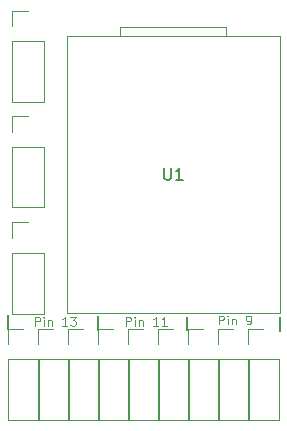
<source format=gto>
G04 #@! TF.GenerationSoftware,KiCad,Pcbnew,7.0.9-7.0.9~ubuntu20.04.1*
G04 #@! TF.CreationDate,2023-12-21T12:58:47-08:00*
G04 #@! TF.ProjectId,ros_sync_node,726f735f-7379-46e6-935f-6e6f64652e6b,rev?*
G04 #@! TF.SameCoordinates,Original*
G04 #@! TF.FileFunction,Legend,Top*
G04 #@! TF.FilePolarity,Positive*
%FSLAX46Y46*%
G04 Gerber Fmt 4.6, Leading zero omitted, Abs format (unit mm)*
G04 Created by KiCad (PCBNEW 7.0.9-7.0.9~ubuntu20.04.1) date 2023-12-21 12:58:47*
%MOMM*%
%LPD*%
G01*
G04 APERTURE LIST*
%ADD10C,0.150000*%
%ADD11C,0.100000*%
%ADD12C,0.120000*%
%ADD13O,1.700000X1.700000*%
%ADD14R,1.700000X1.700000*%
%ADD15C,3.200000*%
%ADD16C,1.524000*%
G04 APERTURE END LIST*
D10*
X174300000Y-93800000D02*
X174300000Y-92600000D01*
X151300000Y-93600000D02*
X151300000Y-92400000D01*
D11*
X169142857Y-93241764D02*
X169142857Y-92491764D01*
X169142857Y-92491764D02*
X169428571Y-92491764D01*
X169428571Y-92491764D02*
X169500000Y-92527478D01*
X169500000Y-92527478D02*
X169535714Y-92563192D01*
X169535714Y-92563192D02*
X169571428Y-92634621D01*
X169571428Y-92634621D02*
X169571428Y-92741764D01*
X169571428Y-92741764D02*
X169535714Y-92813192D01*
X169535714Y-92813192D02*
X169500000Y-92848907D01*
X169500000Y-92848907D02*
X169428571Y-92884621D01*
X169428571Y-92884621D02*
X169142857Y-92884621D01*
X169892857Y-93241764D02*
X169892857Y-92741764D01*
X169892857Y-92491764D02*
X169857143Y-92527478D01*
X169857143Y-92527478D02*
X169892857Y-92563192D01*
X169892857Y-92563192D02*
X169928571Y-92527478D01*
X169928571Y-92527478D02*
X169892857Y-92491764D01*
X169892857Y-92491764D02*
X169892857Y-92563192D01*
X170250000Y-92741764D02*
X170250000Y-93241764D01*
X170250000Y-92813192D02*
X170285714Y-92777478D01*
X170285714Y-92777478D02*
X170357143Y-92741764D01*
X170357143Y-92741764D02*
X170464286Y-92741764D01*
X170464286Y-92741764D02*
X170535714Y-92777478D01*
X170535714Y-92777478D02*
X170571429Y-92848907D01*
X170571429Y-92848907D02*
X170571429Y-93241764D01*
X171535714Y-93241764D02*
X171678571Y-93241764D01*
X171678571Y-93241764D02*
X171750000Y-93206050D01*
X171750000Y-93206050D02*
X171785714Y-93170335D01*
X171785714Y-93170335D02*
X171857143Y-93063192D01*
X171857143Y-93063192D02*
X171892857Y-92920335D01*
X171892857Y-92920335D02*
X171892857Y-92634621D01*
X171892857Y-92634621D02*
X171857143Y-92563192D01*
X171857143Y-92563192D02*
X171821429Y-92527478D01*
X171821429Y-92527478D02*
X171750000Y-92491764D01*
X171750000Y-92491764D02*
X171607143Y-92491764D01*
X171607143Y-92491764D02*
X171535714Y-92527478D01*
X171535714Y-92527478D02*
X171500000Y-92563192D01*
X171500000Y-92563192D02*
X171464286Y-92634621D01*
X171464286Y-92634621D02*
X171464286Y-92813192D01*
X171464286Y-92813192D02*
X171500000Y-92884621D01*
X171500000Y-92884621D02*
X171535714Y-92920335D01*
X171535714Y-92920335D02*
X171607143Y-92956050D01*
X171607143Y-92956050D02*
X171750000Y-92956050D01*
X171750000Y-92956050D02*
X171821429Y-92920335D01*
X171821429Y-92920335D02*
X171857143Y-92884621D01*
X171857143Y-92884621D02*
X171892857Y-92813192D01*
X161285714Y-93341764D02*
X161285714Y-92591764D01*
X161285714Y-92591764D02*
X161571428Y-92591764D01*
X161571428Y-92591764D02*
X161642857Y-92627478D01*
X161642857Y-92627478D02*
X161678571Y-92663192D01*
X161678571Y-92663192D02*
X161714285Y-92734621D01*
X161714285Y-92734621D02*
X161714285Y-92841764D01*
X161714285Y-92841764D02*
X161678571Y-92913192D01*
X161678571Y-92913192D02*
X161642857Y-92948907D01*
X161642857Y-92948907D02*
X161571428Y-92984621D01*
X161571428Y-92984621D02*
X161285714Y-92984621D01*
X162035714Y-93341764D02*
X162035714Y-92841764D01*
X162035714Y-92591764D02*
X162000000Y-92627478D01*
X162000000Y-92627478D02*
X162035714Y-92663192D01*
X162035714Y-92663192D02*
X162071428Y-92627478D01*
X162071428Y-92627478D02*
X162035714Y-92591764D01*
X162035714Y-92591764D02*
X162035714Y-92663192D01*
X162392857Y-92841764D02*
X162392857Y-93341764D01*
X162392857Y-92913192D02*
X162428571Y-92877478D01*
X162428571Y-92877478D02*
X162500000Y-92841764D01*
X162500000Y-92841764D02*
X162607143Y-92841764D01*
X162607143Y-92841764D02*
X162678571Y-92877478D01*
X162678571Y-92877478D02*
X162714286Y-92948907D01*
X162714286Y-92948907D02*
X162714286Y-93341764D01*
X164035714Y-93341764D02*
X163607143Y-93341764D01*
X163821428Y-93341764D02*
X163821428Y-92591764D01*
X163821428Y-92591764D02*
X163750000Y-92698907D01*
X163750000Y-92698907D02*
X163678571Y-92770335D01*
X163678571Y-92770335D02*
X163607143Y-92806050D01*
X164750000Y-93341764D02*
X164321429Y-93341764D01*
X164535714Y-93341764D02*
X164535714Y-92591764D01*
X164535714Y-92591764D02*
X164464286Y-92698907D01*
X164464286Y-92698907D02*
X164392857Y-92770335D01*
X164392857Y-92770335D02*
X164321429Y-92806050D01*
X153585714Y-93341764D02*
X153585714Y-92591764D01*
X153585714Y-92591764D02*
X153871428Y-92591764D01*
X153871428Y-92591764D02*
X153942857Y-92627478D01*
X153942857Y-92627478D02*
X153978571Y-92663192D01*
X153978571Y-92663192D02*
X154014285Y-92734621D01*
X154014285Y-92734621D02*
X154014285Y-92841764D01*
X154014285Y-92841764D02*
X153978571Y-92913192D01*
X153978571Y-92913192D02*
X153942857Y-92948907D01*
X153942857Y-92948907D02*
X153871428Y-92984621D01*
X153871428Y-92984621D02*
X153585714Y-92984621D01*
X154335714Y-93341764D02*
X154335714Y-92841764D01*
X154335714Y-92591764D02*
X154300000Y-92627478D01*
X154300000Y-92627478D02*
X154335714Y-92663192D01*
X154335714Y-92663192D02*
X154371428Y-92627478D01*
X154371428Y-92627478D02*
X154335714Y-92591764D01*
X154335714Y-92591764D02*
X154335714Y-92663192D01*
X154692857Y-92841764D02*
X154692857Y-93341764D01*
X154692857Y-92913192D02*
X154728571Y-92877478D01*
X154728571Y-92877478D02*
X154800000Y-92841764D01*
X154800000Y-92841764D02*
X154907143Y-92841764D01*
X154907143Y-92841764D02*
X154978571Y-92877478D01*
X154978571Y-92877478D02*
X155014286Y-92948907D01*
X155014286Y-92948907D02*
X155014286Y-93341764D01*
X156335714Y-93341764D02*
X155907143Y-93341764D01*
X156121428Y-93341764D02*
X156121428Y-92591764D01*
X156121428Y-92591764D02*
X156050000Y-92698907D01*
X156050000Y-92698907D02*
X155978571Y-92770335D01*
X155978571Y-92770335D02*
X155907143Y-92806050D01*
X156585714Y-92591764D02*
X157050000Y-92591764D01*
X157050000Y-92591764D02*
X156800000Y-92877478D01*
X156800000Y-92877478D02*
X156907143Y-92877478D01*
X156907143Y-92877478D02*
X156978572Y-92913192D01*
X156978572Y-92913192D02*
X157014286Y-92948907D01*
X157014286Y-92948907D02*
X157050000Y-93020335D01*
X157050000Y-93020335D02*
X157050000Y-93198907D01*
X157050000Y-93198907D02*
X157014286Y-93270335D01*
X157014286Y-93270335D02*
X156978572Y-93306050D01*
X156978572Y-93306050D02*
X156907143Y-93341764D01*
X156907143Y-93341764D02*
X156692857Y-93341764D01*
X156692857Y-93341764D02*
X156621429Y-93306050D01*
X156621429Y-93306050D02*
X156585714Y-93270335D01*
D10*
X166500000Y-92574000D02*
X166500000Y-93700000D01*
X158900000Y-93700000D02*
X158900000Y-92500000D01*
X164538095Y-79994820D02*
X164538095Y-80804343D01*
X164538095Y-80804343D02*
X164585714Y-80899581D01*
X164585714Y-80899581D02*
X164633333Y-80947201D01*
X164633333Y-80947201D02*
X164728571Y-80994820D01*
X164728571Y-80994820D02*
X164919047Y-80994820D01*
X164919047Y-80994820D02*
X165014285Y-80947201D01*
X165014285Y-80947201D02*
X165061904Y-80899581D01*
X165061904Y-80899581D02*
X165109523Y-80804343D01*
X165109523Y-80804343D02*
X165109523Y-79994820D01*
X166109523Y-80994820D02*
X165538095Y-80994820D01*
X165823809Y-80994820D02*
X165823809Y-79994820D01*
X165823809Y-79994820D02*
X165728571Y-80137677D01*
X165728571Y-80137677D02*
X165633333Y-80232915D01*
X165633333Y-80232915D02*
X165538095Y-80280534D01*
D12*
X151670000Y-87190000D02*
X154330000Y-87190000D01*
X151670000Y-84590000D02*
X153000000Y-84590000D01*
X154330000Y-87190000D02*
X154330000Y-92330000D01*
X151670000Y-85920000D02*
X151670000Y-84590000D01*
X151670000Y-87190000D02*
X151670000Y-92330000D01*
X151670000Y-92330000D02*
X154330000Y-92330000D01*
X151670000Y-83330000D02*
X154330000Y-83330000D01*
X151670000Y-78190000D02*
X151670000Y-83330000D01*
X154330000Y-78190000D02*
X154330000Y-83330000D01*
X151670000Y-78190000D02*
X154330000Y-78190000D01*
X151670000Y-76920000D02*
X151670000Y-75590000D01*
X151670000Y-75590000D02*
X153000000Y-75590000D01*
X151670000Y-74410000D02*
X154330000Y-74410000D01*
X151670000Y-69270000D02*
X151670000Y-74410000D01*
X154330000Y-69270000D02*
X154330000Y-74410000D01*
X151670000Y-69270000D02*
X154330000Y-69270000D01*
X151670000Y-68000000D02*
X151670000Y-66670000D01*
X151670000Y-66670000D02*
X153000000Y-66670000D01*
X156300000Y-92290001D02*
X156300000Y-68790001D01*
X156300000Y-68790001D02*
X174300000Y-68790001D01*
X174300000Y-92290001D02*
X174300000Y-68790001D01*
X156300000Y-92290001D02*
X174300000Y-92290001D01*
X160800000Y-68790001D02*
X160800000Y-68040001D01*
X169800000Y-68040001D02*
X169800000Y-68790001D01*
X160800000Y-68040001D02*
X169800000Y-68040001D01*
X166510000Y-101330000D02*
X169170000Y-101330000D01*
X166510000Y-96190000D02*
X166510000Y-101330000D01*
X169170000Y-96190000D02*
X169170000Y-101330000D01*
X166510000Y-96190000D02*
X169170000Y-96190000D01*
X166510000Y-94920000D02*
X166510000Y-93590000D01*
X166510000Y-93590000D02*
X167840000Y-93590000D01*
X161430000Y-101330000D02*
X164090000Y-101330000D01*
X161430000Y-96190000D02*
X161430000Y-101330000D01*
X164090000Y-96190000D02*
X164090000Y-101330000D01*
X161430000Y-96190000D02*
X164090000Y-96190000D01*
X161430000Y-94920000D02*
X161430000Y-93590000D01*
X161430000Y-93590000D02*
X162760000Y-93590000D01*
X156350000Y-101330000D02*
X159010000Y-101330000D01*
X156350000Y-96190000D02*
X156350000Y-101330000D01*
X159010000Y-96190000D02*
X159010000Y-101330000D01*
X156350000Y-96190000D02*
X159010000Y-96190000D01*
X156350000Y-94920000D02*
X156350000Y-93590000D01*
X156350000Y-93590000D02*
X157680000Y-93590000D01*
X169050000Y-101330000D02*
X171710000Y-101330000D01*
X169050000Y-96190000D02*
X169050000Y-101330000D01*
X171710000Y-96190000D02*
X171710000Y-101330000D01*
X169050000Y-96190000D02*
X171710000Y-96190000D01*
X169050000Y-94920000D02*
X169050000Y-93590000D01*
X169050000Y-93590000D02*
X170380000Y-93590000D01*
X158890000Y-101330000D02*
X161550000Y-101330000D01*
X158890000Y-96190000D02*
X158890000Y-101330000D01*
X161550000Y-96190000D02*
X161550000Y-101330000D01*
X158890000Y-96190000D02*
X161550000Y-96190000D01*
X158890000Y-94920000D02*
X158890000Y-93590000D01*
X158890000Y-93590000D02*
X160220000Y-93590000D01*
X153810000Y-101330000D02*
X156470000Y-101330000D01*
X153810000Y-96190000D02*
X153810000Y-101330000D01*
X156470000Y-96190000D02*
X156470000Y-101330000D01*
X153810000Y-96190000D02*
X156470000Y-96190000D01*
X153810000Y-94920000D02*
X153810000Y-93590000D01*
X153810000Y-93590000D02*
X155140000Y-93590000D01*
X171590000Y-101330000D02*
X174250000Y-101330000D01*
X171590000Y-96190000D02*
X171590000Y-101330000D01*
X174250000Y-96190000D02*
X174250000Y-101330000D01*
X171590000Y-96190000D02*
X174250000Y-96190000D01*
X171590000Y-94920000D02*
X171590000Y-93590000D01*
X171590000Y-93590000D02*
X172920000Y-93590000D01*
X163970000Y-101330000D02*
X166630000Y-101330000D01*
X163970000Y-96190000D02*
X163970000Y-101330000D01*
X166630000Y-96190000D02*
X166630000Y-101330000D01*
X163970000Y-96190000D02*
X166630000Y-96190000D01*
X163970000Y-94920000D02*
X163970000Y-93590000D01*
X163970000Y-93590000D02*
X165300000Y-93590000D01*
X151270000Y-101330000D02*
X153930000Y-101330000D01*
X151270000Y-96190000D02*
X151270000Y-101330000D01*
X153930000Y-96190000D02*
X153930000Y-101330000D01*
X151270000Y-96190000D02*
X153930000Y-96190000D01*
X151270000Y-94920000D02*
X151270000Y-93590000D01*
X151270000Y-93590000D02*
X152600000Y-93590000D01*
%LPC*%
D13*
X153000000Y-91000000D03*
X153000000Y-88460000D03*
D14*
X153000000Y-85920000D03*
D13*
X153000000Y-82000000D03*
X153000000Y-79460000D03*
D14*
X153000000Y-76920000D03*
D15*
X146500000Y-99500000D03*
X146500000Y-71000000D03*
X179000000Y-99500000D03*
X179000000Y-71000000D03*
D13*
X153000000Y-73080000D03*
X153000000Y-70540000D03*
D14*
X153000000Y-68000000D03*
D16*
X172920000Y-75460001D03*
X172920000Y-78000001D03*
X172920000Y-80540001D03*
X172920000Y-83080001D03*
X172920000Y-85620001D03*
X172920000Y-88160001D03*
X172920000Y-90700001D03*
X170380000Y-90700001D03*
X172920000Y-70380001D03*
X172920000Y-72920001D03*
X167840000Y-90700001D03*
X165300000Y-90700001D03*
X162760000Y-90700001D03*
X160220000Y-90700001D03*
X157680000Y-90700001D03*
X157680000Y-88160001D03*
X157680000Y-85620001D03*
X157680000Y-83080001D03*
X157680000Y-80540001D03*
X157680000Y-78000001D03*
X157680000Y-75460001D03*
X157680000Y-72920001D03*
X157680000Y-70380001D03*
D13*
X167840000Y-100000000D03*
X167840000Y-97460000D03*
D14*
X167840000Y-94920000D03*
D13*
X162760000Y-100000000D03*
X162760000Y-97460000D03*
D14*
X162760000Y-94920000D03*
D13*
X157680000Y-100000000D03*
X157680000Y-97460000D03*
D14*
X157680000Y-94920000D03*
D13*
X170380000Y-100000000D03*
X170380000Y-97460000D03*
D14*
X170380000Y-94920000D03*
D13*
X160220000Y-100000000D03*
X160220000Y-97460000D03*
D14*
X160220000Y-94920000D03*
D13*
X155140000Y-100000000D03*
X155140000Y-97460000D03*
D14*
X155140000Y-94920000D03*
D13*
X172920000Y-100000000D03*
X172920000Y-97460000D03*
D14*
X172920000Y-94920000D03*
D13*
X165300000Y-100000000D03*
X165300000Y-97460000D03*
D14*
X165300000Y-94920000D03*
D13*
X152600000Y-100000000D03*
X152600000Y-97460000D03*
D14*
X152600000Y-94920000D03*
%LPD*%
M02*

</source>
